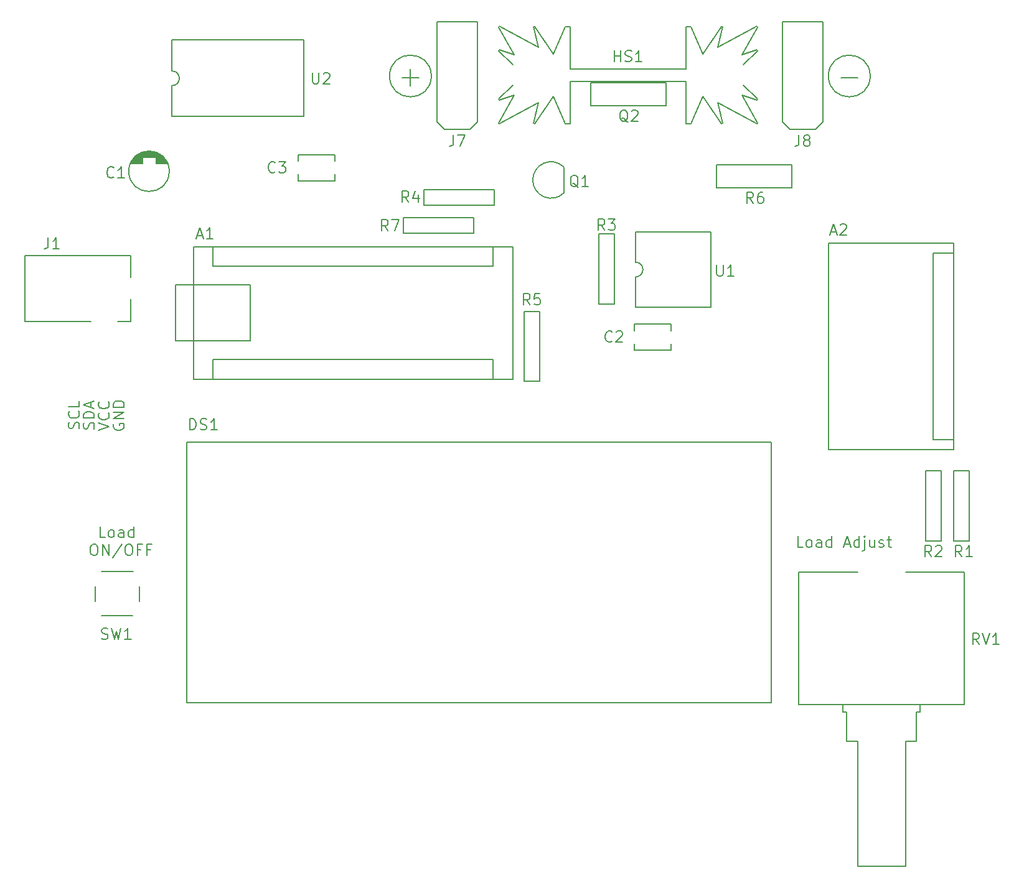
<source format=gbr>
G04 #@! TF.GenerationSoftware,KiCad,Pcbnew,(5.1.4)-1*
G04 #@! TF.CreationDate,2020-07-21T13:34:30-04:00*
G04 #@! TF.ProjectId,DC_LOAD_V01,44435f4c-4f41-4445-9f56-30312e6b6963,V01*
G04 #@! TF.SameCoordinates,Original*
G04 #@! TF.FileFunction,Legend,Top*
G04 #@! TF.FilePolarity,Positive*
%FSLAX46Y46*%
G04 Gerber Fmt 4.6, Leading zero omitted, Abs format (unit mm)*
G04 Created by KiCad (PCBNEW (5.1.4)-1) date 2020-07-21 13:34:30*
%MOMM*%
%LPD*%
G04 APERTURE LIST*
%ADD10C,0.200000*%
%ADD11C,0.100000*%
G04 APERTURE END LIST*
D10*
X95834200Y-92964000D02*
X95834200Y-85344000D01*
X105968800Y-92964000D02*
X95834200Y-92964000D01*
X105968800Y-85344000D02*
X105968800Y-92964000D01*
X95834200Y-85344000D02*
X105968800Y-85344000D01*
X87388000Y-104266857D02*
X87316571Y-104409714D01*
X87316571Y-104624000D01*
X87388000Y-104838285D01*
X87530857Y-104981142D01*
X87673714Y-105052571D01*
X87959428Y-105124000D01*
X88173714Y-105124000D01*
X88459428Y-105052571D01*
X88602285Y-104981142D01*
X88745142Y-104838285D01*
X88816571Y-104624000D01*
X88816571Y-104481142D01*
X88745142Y-104266857D01*
X88673714Y-104195428D01*
X88173714Y-104195428D01*
X88173714Y-104481142D01*
X88816571Y-103552571D02*
X87316571Y-103552571D01*
X88816571Y-102695428D01*
X87316571Y-102695428D01*
X88816571Y-101981142D02*
X87316571Y-101981142D01*
X87316571Y-101624000D01*
X87388000Y-101409714D01*
X87530857Y-101266857D01*
X87673714Y-101195428D01*
X87959428Y-101124000D01*
X88173714Y-101124000D01*
X88459428Y-101195428D01*
X88602285Y-101266857D01*
X88745142Y-101409714D01*
X88816571Y-101624000D01*
X88816571Y-101981142D01*
X85284571Y-105124000D02*
X86784571Y-104624000D01*
X85284571Y-104124000D01*
X86641714Y-102766857D02*
X86713142Y-102838285D01*
X86784571Y-103052571D01*
X86784571Y-103195428D01*
X86713142Y-103409714D01*
X86570285Y-103552571D01*
X86427428Y-103624000D01*
X86141714Y-103695428D01*
X85927428Y-103695428D01*
X85641714Y-103624000D01*
X85498857Y-103552571D01*
X85356000Y-103409714D01*
X85284571Y-103195428D01*
X85284571Y-103052571D01*
X85356000Y-102838285D01*
X85427428Y-102766857D01*
X86641714Y-101266857D02*
X86713142Y-101338285D01*
X86784571Y-101552571D01*
X86784571Y-101695428D01*
X86713142Y-101909714D01*
X86570285Y-102052571D01*
X86427428Y-102124000D01*
X86141714Y-102195428D01*
X85927428Y-102195428D01*
X85641714Y-102124000D01*
X85498857Y-102052571D01*
X85356000Y-101909714D01*
X85284571Y-101695428D01*
X85284571Y-101552571D01*
X85356000Y-101338285D01*
X85427428Y-101266857D01*
X84681142Y-104945428D02*
X84752571Y-104731142D01*
X84752571Y-104374000D01*
X84681142Y-104231142D01*
X84609714Y-104159714D01*
X84466857Y-104088285D01*
X84324000Y-104088285D01*
X84181142Y-104159714D01*
X84109714Y-104231142D01*
X84038285Y-104374000D01*
X83966857Y-104659714D01*
X83895428Y-104802571D01*
X83824000Y-104874000D01*
X83681142Y-104945428D01*
X83538285Y-104945428D01*
X83395428Y-104874000D01*
X83324000Y-104802571D01*
X83252571Y-104659714D01*
X83252571Y-104302571D01*
X83324000Y-104088285D01*
X84752571Y-103445428D02*
X83252571Y-103445428D01*
X83252571Y-103088285D01*
X83324000Y-102874000D01*
X83466857Y-102731142D01*
X83609714Y-102659714D01*
X83895428Y-102588285D01*
X84109714Y-102588285D01*
X84395428Y-102659714D01*
X84538285Y-102731142D01*
X84681142Y-102874000D01*
X84752571Y-103088285D01*
X84752571Y-103445428D01*
X84324000Y-102016857D02*
X84324000Y-101302571D01*
X84752571Y-102159714D02*
X83252571Y-101659714D01*
X84752571Y-101159714D01*
X82649142Y-104909714D02*
X82720571Y-104695428D01*
X82720571Y-104338285D01*
X82649142Y-104195428D01*
X82577714Y-104124000D01*
X82434857Y-104052571D01*
X82292000Y-104052571D01*
X82149142Y-104124000D01*
X82077714Y-104195428D01*
X82006285Y-104338285D01*
X81934857Y-104624000D01*
X81863428Y-104766857D01*
X81792000Y-104838285D01*
X81649142Y-104909714D01*
X81506285Y-104909714D01*
X81363428Y-104838285D01*
X81292000Y-104766857D01*
X81220571Y-104624000D01*
X81220571Y-104266857D01*
X81292000Y-104052571D01*
X82577714Y-102552571D02*
X82649142Y-102624000D01*
X82720571Y-102838285D01*
X82720571Y-102981142D01*
X82649142Y-103195428D01*
X82506285Y-103338285D01*
X82363428Y-103409714D01*
X82077714Y-103481142D01*
X81863428Y-103481142D01*
X81577714Y-103409714D01*
X81434857Y-103338285D01*
X81292000Y-103195428D01*
X81220571Y-102981142D01*
X81220571Y-102838285D01*
X81292000Y-102624000D01*
X81363428Y-102552571D01*
X82720571Y-101195428D02*
X82720571Y-101909714D01*
X81220571Y-101909714D01*
X181154285Y-121074571D02*
X180440000Y-121074571D01*
X180440000Y-119574571D01*
X181868571Y-121074571D02*
X181725714Y-121003142D01*
X181654285Y-120931714D01*
X181582857Y-120788857D01*
X181582857Y-120360285D01*
X181654285Y-120217428D01*
X181725714Y-120146000D01*
X181868571Y-120074571D01*
X182082857Y-120074571D01*
X182225714Y-120146000D01*
X182297142Y-120217428D01*
X182368571Y-120360285D01*
X182368571Y-120788857D01*
X182297142Y-120931714D01*
X182225714Y-121003142D01*
X182082857Y-121074571D01*
X181868571Y-121074571D01*
X183654285Y-121074571D02*
X183654285Y-120288857D01*
X183582857Y-120146000D01*
X183440000Y-120074571D01*
X183154285Y-120074571D01*
X183011428Y-120146000D01*
X183654285Y-121003142D02*
X183511428Y-121074571D01*
X183154285Y-121074571D01*
X183011428Y-121003142D01*
X182940000Y-120860285D01*
X182940000Y-120717428D01*
X183011428Y-120574571D01*
X183154285Y-120503142D01*
X183511428Y-120503142D01*
X183654285Y-120431714D01*
X185011428Y-121074571D02*
X185011428Y-119574571D01*
X185011428Y-121003142D02*
X184868571Y-121074571D01*
X184582857Y-121074571D01*
X184440000Y-121003142D01*
X184368571Y-120931714D01*
X184297142Y-120788857D01*
X184297142Y-120360285D01*
X184368571Y-120217428D01*
X184440000Y-120146000D01*
X184582857Y-120074571D01*
X184868571Y-120074571D01*
X185011428Y-120146000D01*
X186797142Y-120646000D02*
X187511428Y-120646000D01*
X186654285Y-121074571D02*
X187154285Y-119574571D01*
X187654285Y-121074571D01*
X188797142Y-121074571D02*
X188797142Y-119574571D01*
X188797142Y-121003142D02*
X188654285Y-121074571D01*
X188368571Y-121074571D01*
X188225714Y-121003142D01*
X188154285Y-120931714D01*
X188082857Y-120788857D01*
X188082857Y-120360285D01*
X188154285Y-120217428D01*
X188225714Y-120146000D01*
X188368571Y-120074571D01*
X188654285Y-120074571D01*
X188797142Y-120146000D01*
X189511428Y-120074571D02*
X189511428Y-121360285D01*
X189440000Y-121503142D01*
X189297142Y-121574571D01*
X189225714Y-121574571D01*
X189511428Y-119574571D02*
X189440000Y-119646000D01*
X189511428Y-119717428D01*
X189582857Y-119646000D01*
X189511428Y-119574571D01*
X189511428Y-119717428D01*
X190868571Y-120074571D02*
X190868571Y-121074571D01*
X190225714Y-120074571D02*
X190225714Y-120860285D01*
X190297142Y-121003142D01*
X190440000Y-121074571D01*
X190654285Y-121074571D01*
X190797142Y-121003142D01*
X190868571Y-120931714D01*
X191511428Y-121003142D02*
X191654285Y-121074571D01*
X191940000Y-121074571D01*
X192082857Y-121003142D01*
X192154285Y-120860285D01*
X192154285Y-120788857D01*
X192082857Y-120646000D01*
X191940000Y-120574571D01*
X191725714Y-120574571D01*
X191582857Y-120503142D01*
X191511428Y-120360285D01*
X191511428Y-120288857D01*
X191582857Y-120146000D01*
X191725714Y-120074571D01*
X191940000Y-120074571D01*
X192082857Y-120146000D01*
X192582857Y-120074571D02*
X193154285Y-120074571D01*
X192797142Y-119574571D02*
X192797142Y-120860285D01*
X192868571Y-121003142D01*
X193011428Y-121074571D01*
X193154285Y-121074571D01*
X86249142Y-119722571D02*
X85534857Y-119722571D01*
X85534857Y-118222571D01*
X86963428Y-119722571D02*
X86820571Y-119651142D01*
X86749142Y-119579714D01*
X86677714Y-119436857D01*
X86677714Y-119008285D01*
X86749142Y-118865428D01*
X86820571Y-118794000D01*
X86963428Y-118722571D01*
X87177714Y-118722571D01*
X87320571Y-118794000D01*
X87392000Y-118865428D01*
X87463428Y-119008285D01*
X87463428Y-119436857D01*
X87392000Y-119579714D01*
X87320571Y-119651142D01*
X87177714Y-119722571D01*
X86963428Y-119722571D01*
X88749142Y-119722571D02*
X88749142Y-118936857D01*
X88677714Y-118794000D01*
X88534857Y-118722571D01*
X88249142Y-118722571D01*
X88106285Y-118794000D01*
X88749142Y-119651142D02*
X88606285Y-119722571D01*
X88249142Y-119722571D01*
X88106285Y-119651142D01*
X88034857Y-119508285D01*
X88034857Y-119365428D01*
X88106285Y-119222571D01*
X88249142Y-119151142D01*
X88606285Y-119151142D01*
X88749142Y-119079714D01*
X90106285Y-119722571D02*
X90106285Y-118222571D01*
X90106285Y-119651142D02*
X89963428Y-119722571D01*
X89677714Y-119722571D01*
X89534857Y-119651142D01*
X89463428Y-119579714D01*
X89392000Y-119436857D01*
X89392000Y-119008285D01*
X89463428Y-118865428D01*
X89534857Y-118794000D01*
X89677714Y-118722571D01*
X89963428Y-118722571D01*
X90106285Y-118794000D01*
X84606285Y-120672571D02*
X84892000Y-120672571D01*
X85034857Y-120744000D01*
X85177714Y-120886857D01*
X85249142Y-121172571D01*
X85249142Y-121672571D01*
X85177714Y-121958285D01*
X85034857Y-122101142D01*
X84892000Y-122172571D01*
X84606285Y-122172571D01*
X84463428Y-122101142D01*
X84320571Y-121958285D01*
X84249142Y-121672571D01*
X84249142Y-121172571D01*
X84320571Y-120886857D01*
X84463428Y-120744000D01*
X84606285Y-120672571D01*
X85892000Y-122172571D02*
X85892000Y-120672571D01*
X86749142Y-122172571D01*
X86749142Y-120672571D01*
X88534857Y-120601142D02*
X87249142Y-122529714D01*
X89320571Y-120672571D02*
X89606285Y-120672571D01*
X89749142Y-120744000D01*
X89892000Y-120886857D01*
X89963428Y-121172571D01*
X89963428Y-121672571D01*
X89892000Y-121958285D01*
X89749142Y-122101142D01*
X89606285Y-122172571D01*
X89320571Y-122172571D01*
X89177714Y-122101142D01*
X89034857Y-121958285D01*
X88963428Y-121672571D01*
X88963428Y-121172571D01*
X89034857Y-120886857D01*
X89177714Y-120744000D01*
X89320571Y-120672571D01*
X91106285Y-121386857D02*
X90606285Y-121386857D01*
X90606285Y-122172571D02*
X90606285Y-120672571D01*
X91320571Y-120672571D01*
X92392000Y-121386857D02*
X91892000Y-121386857D01*
X91892000Y-122172571D02*
X91892000Y-120672571D01*
X92606285Y-120672571D01*
X130601806Y-56896000D02*
G75*
G03X130601806Y-56896000I-2839806J0D01*
G01*
X190291806Y-56896000D02*
G75*
G03X190291806Y-56896000I-2839806J0D01*
G01*
X186309143Y-57110285D02*
X188594856Y-57110285D01*
X126619143Y-57110285D02*
X128904856Y-57110285D01*
X127762000Y-58253142D02*
X127762000Y-55967428D01*
X201652000Y-79656000D02*
X184652000Y-79656000D01*
X201652000Y-107796000D02*
X184652000Y-107796000D01*
X201652000Y-107796000D02*
X201652000Y-79656000D01*
X184652000Y-79656000D02*
X184652000Y-107796000D01*
X198882000Y-106426000D02*
X198882000Y-81026000D01*
X198882000Y-81026000D02*
X201625200Y-81026000D01*
X198882000Y-106426000D02*
X201676000Y-106426000D01*
X141671500Y-98174000D02*
X141671500Y-80134000D01*
X98231500Y-98174000D02*
X141671500Y-98174000D01*
X98231500Y-80134000D02*
X98231500Y-98174000D01*
X100901500Y-82804000D02*
X100901500Y-80134000D01*
X139001500Y-82804000D02*
X100901500Y-82804000D01*
X100901500Y-95504000D02*
X100901500Y-98174000D01*
X139001500Y-95504000D02*
X100901500Y-95504000D01*
X139001500Y-95504000D02*
X139001500Y-98174000D01*
X141671500Y-80134000D02*
X98231500Y-80134000D01*
X139001500Y-82804000D02*
X139001500Y-80134000D01*
X75350000Y-90352000D02*
X75350000Y-81352000D01*
X75350000Y-81352000D02*
X89750000Y-81352000D01*
X89750000Y-90352000D02*
X87900000Y-90352000D01*
X89750000Y-81352000D02*
X89750000Y-84302000D01*
X84300000Y-90352000D02*
X75350000Y-90352000D01*
X89750000Y-87302000D02*
X89750000Y-90352000D01*
X135862000Y-64128000D02*
X132362000Y-64128000D01*
X131362000Y-63128000D02*
X132362000Y-64128000D01*
X136862000Y-63128000D02*
X135862000Y-64128000D01*
X136862000Y-49528000D02*
X131362000Y-49528000D01*
X136862000Y-49528000D02*
X136862000Y-63128000D01*
X131362000Y-49528000D02*
X131362000Y-63128000D01*
X178352000Y-49528000D02*
X178352000Y-63128000D01*
X183852000Y-49528000D02*
X183852000Y-63128000D01*
X183852000Y-49528000D02*
X178352000Y-49528000D01*
X183852000Y-63128000D02*
X182852000Y-64128000D01*
X178352000Y-63128000D02*
X179352000Y-64128000D01*
X182852000Y-64128000D02*
X179352000Y-64128000D01*
X203742000Y-110683000D02*
X201642000Y-110683000D01*
X201642000Y-110683000D02*
X201642000Y-120203000D01*
X201642000Y-120203000D02*
X203742000Y-120203000D01*
X203742000Y-120203000D02*
X203742000Y-110683000D01*
X199932000Y-120203000D02*
X199932000Y-110683000D01*
X197832000Y-120203000D02*
X199932000Y-120203000D01*
X197832000Y-110683000D02*
X197832000Y-120203000D01*
X199932000Y-110683000D02*
X197832000Y-110683000D01*
X153382000Y-87945000D02*
X155482000Y-87945000D01*
X155482000Y-87945000D02*
X155482000Y-78425000D01*
X155482000Y-78425000D02*
X153382000Y-78425000D01*
X153382000Y-78425000D02*
X153382000Y-87945000D01*
X139126000Y-72356000D02*
X129606000Y-72356000D01*
X139126000Y-74456000D02*
X139126000Y-72356000D01*
X129606000Y-74456000D02*
X139126000Y-74456000D01*
X129606000Y-72356000D02*
X129606000Y-74456000D01*
X143222000Y-88966000D02*
X143222000Y-98486000D01*
X145322000Y-88966000D02*
X143222000Y-88966000D01*
X145322000Y-98486000D02*
X145322000Y-88966000D01*
X143222000Y-98486000D02*
X145322000Y-98486000D01*
X126812000Y-76166000D02*
X126812000Y-78266000D01*
X126812000Y-78266000D02*
X136332000Y-78266000D01*
X136332000Y-78266000D02*
X136332000Y-76166000D01*
X136332000Y-76166000D02*
X126812000Y-76166000D01*
X158372500Y-78105000D02*
X158372500Y-82248500D01*
X168652500Y-78105000D02*
X158372500Y-78105000D01*
X168649000Y-88392000D02*
X168652500Y-78105000D01*
X158369000Y-88392000D02*
X168649000Y-88392000D01*
X158372500Y-84248500D02*
X158369000Y-88392000D01*
X158372500Y-82248500D02*
G75*
G02X158372500Y-84248500I0J-1000000D01*
G01*
X113270000Y-52006500D02*
X95313500Y-52006500D01*
X113270000Y-62420500D02*
X113270000Y-52006500D01*
X95313500Y-62420500D02*
X113270000Y-62420500D01*
X95317000Y-56213500D02*
G75*
G02X95317000Y-58213500I0J-1000000D01*
G01*
X95317000Y-56213500D02*
X95313500Y-52006500D01*
X95317000Y-58213500D02*
X95313500Y-62420500D01*
X203083500Y-124476000D02*
X203083500Y-142476000D01*
X180583500Y-124476000D02*
X180583500Y-142476000D01*
X203083500Y-124476000D02*
X195083500Y-124476000D01*
X180583500Y-124476000D02*
X188583500Y-124476000D01*
X180583500Y-142476000D02*
X203083500Y-142476000D01*
X195083500Y-147476000D02*
X195083500Y-164476000D01*
X188583500Y-147476000D02*
X188583500Y-164476000D01*
X188583500Y-164476000D02*
X195083500Y-164476000D01*
X197083500Y-142476000D02*
X197083500Y-143476000D01*
X186583500Y-142476000D02*
X186583500Y-143476000D01*
X187083500Y-143476000D02*
X187083500Y-147476000D01*
X196583500Y-143476000D02*
X196583500Y-147476000D01*
X196583500Y-143476000D02*
X197083500Y-143476000D01*
X186583500Y-143476000D02*
X187083500Y-143476000D01*
X187083500Y-147476000D02*
X188583500Y-147476000D01*
X196583500Y-147476000D02*
X195083500Y-147476000D01*
X176822000Y-142220000D02*
X97322000Y-142220000D01*
X176822000Y-106720000D02*
X97322000Y-106720000D01*
X176822000Y-106720000D02*
X176822000Y-142220000D01*
X97322000Y-106720000D02*
X97322000Y-142220000D01*
X158242000Y-93345000D02*
X158242000Y-94234000D01*
X158242000Y-91567000D02*
X158242000Y-90678000D01*
X163242000Y-91567000D02*
X163242000Y-90678000D01*
X163242000Y-94234000D02*
X163242000Y-93345000D01*
X158242000Y-90678000D02*
X163242000Y-90678000D01*
X158242000Y-94234000D02*
X163242000Y-94234000D01*
X112522000Y-71183500D02*
X117522000Y-71183500D01*
X112522000Y-67627500D02*
X117522000Y-67627500D01*
X117522000Y-71183500D02*
X117522000Y-70294500D01*
X117522000Y-68516500D02*
X117522000Y-67627500D01*
X112522000Y-68516500D02*
X112522000Y-67627500D01*
X112522000Y-70294500D02*
X112522000Y-71183500D01*
X147163000Y-59659000D02*
X144663000Y-63379000D01*
X144663000Y-63379000D02*
X144483000Y-63319000D01*
X144483000Y-63319000D02*
X145143000Y-60519000D01*
X145143000Y-60519000D02*
X139843000Y-63399000D01*
X139723000Y-63279000D02*
X141873000Y-59509000D01*
X139823000Y-60189000D02*
X139733000Y-60039000D01*
X141873000Y-59509000D02*
X139823000Y-60189000D01*
X139733000Y-60039000D02*
X141693000Y-58149000D01*
X139843000Y-63399000D02*
X139723000Y-63279000D01*
X148783000Y-50169000D02*
X147173000Y-53879000D01*
X149453000Y-55919000D02*
X149453000Y-50169000D01*
X149453000Y-50169000D02*
X148783000Y-50169000D01*
X145143000Y-53019000D02*
X139843000Y-50139000D01*
X144663000Y-50159000D02*
X144483000Y-50219000D01*
X144483000Y-50219000D02*
X145143000Y-53019000D01*
X147163000Y-53879000D02*
X144663000Y-50159000D01*
X139733000Y-53499000D02*
X141693000Y-55389000D01*
X139723000Y-50259000D02*
X141873000Y-54029000D01*
X139823000Y-53349000D02*
X139733000Y-53499000D01*
X139843000Y-50139000D02*
X139723000Y-50259000D01*
X141873000Y-54029000D02*
X139823000Y-53349000D01*
X157353000Y-55919000D02*
X149453000Y-55919000D01*
X149453000Y-57619000D02*
X149453000Y-63369000D01*
X149453000Y-63369000D02*
X148783000Y-63369000D01*
X148783000Y-63369000D02*
X147173000Y-59659000D01*
X157353000Y-57619000D02*
X149453000Y-57619000D01*
X170223000Y-50219000D02*
X169563000Y-53019000D01*
X170043000Y-50159000D02*
X170223000Y-50219000D01*
X167543000Y-53879000D02*
X170043000Y-50159000D01*
X169563000Y-53019000D02*
X174863000Y-50139000D01*
X174973000Y-53499000D02*
X173013000Y-55389000D01*
X172833000Y-54029000D02*
X174883000Y-53349000D01*
X174983000Y-50259000D02*
X172833000Y-54029000D01*
X174863000Y-50139000D02*
X174983000Y-50259000D01*
X174883000Y-53349000D02*
X174973000Y-53499000D01*
X165923000Y-50169000D02*
X167533000Y-53879000D01*
X157353000Y-55919000D02*
X165253000Y-55919000D01*
X165253000Y-55919000D02*
X165253000Y-50169000D01*
X165253000Y-50169000D02*
X165923000Y-50169000D01*
X157353000Y-57619000D02*
X165253000Y-57619000D01*
X165253000Y-57619000D02*
X165253000Y-63369000D01*
X165253000Y-63369000D02*
X165923000Y-63369000D01*
X165923000Y-63369000D02*
X167533000Y-59659000D01*
X167543000Y-59659000D02*
X170043000Y-63379000D01*
X170043000Y-63379000D02*
X170223000Y-63319000D01*
X170223000Y-63319000D02*
X169563000Y-60519000D01*
X169563000Y-60519000D02*
X174863000Y-63399000D01*
X174863000Y-63399000D02*
X174983000Y-63279000D01*
X174983000Y-63279000D02*
X172833000Y-59509000D01*
X172833000Y-59509000D02*
X174883000Y-60189000D01*
X174883000Y-60189000D02*
X174973000Y-60039000D01*
X174973000Y-60039000D02*
X173013000Y-58149000D01*
X94952000Y-69866000D02*
G75*
G03X94952000Y-69866000I-2750000J0D01*
G01*
D11*
G36*
X93091000Y-68834000D02*
G01*
X94678500Y-68834000D01*
X94297500Y-68072000D01*
X93916500Y-67754500D01*
X93408500Y-67373500D01*
X92710000Y-67183000D01*
X92202000Y-67116000D01*
X91249500Y-67246500D01*
X90424000Y-67754500D01*
X89979500Y-68262500D01*
X89725500Y-68834000D01*
X91313000Y-68834000D01*
X91313000Y-67945000D01*
X93091000Y-67945000D01*
X93091000Y-68834000D01*
G37*
X93091000Y-68834000D02*
X94678500Y-68834000D01*
X94297500Y-68072000D01*
X93916500Y-67754500D01*
X93408500Y-67373500D01*
X92710000Y-67183000D01*
X92202000Y-67116000D01*
X91249500Y-67246500D01*
X90424000Y-67754500D01*
X89979500Y-68262500D01*
X89725500Y-68834000D01*
X91313000Y-68834000D01*
X91313000Y-67945000D01*
X93091000Y-67945000D01*
X93091000Y-68834000D01*
D10*
X148629125Y-72810125D02*
G75*
G02X144395500Y-71056500I-1753625J1753625D01*
G01*
X148629125Y-69302875D02*
G75*
G03X144395500Y-71056500I-1753625J-1753625D01*
G01*
X148625500Y-72826500D02*
X148625500Y-69326500D01*
X89979500Y-130376000D02*
X85725000Y-130376000D01*
X84884000Y-128397000D02*
X84884000Y-126365000D01*
X85725000Y-124386000D02*
X90043000Y-124386000D01*
X90879000Y-128397000D02*
X90879000Y-126365000D01*
X152258400Y-57803000D02*
X162498400Y-57803000D01*
X162498400Y-57803000D02*
X162498400Y-60934000D01*
X152258400Y-57803000D02*
X152258400Y-60934000D01*
X152258400Y-60934000D02*
X162498400Y-60934000D01*
X169352600Y-69004400D02*
X179592600Y-69004400D01*
X179592600Y-69004400D02*
X179592600Y-72135400D01*
X169352600Y-69004400D02*
X169352600Y-72135400D01*
X169352600Y-72135400D02*
X179592600Y-72135400D01*
X184920071Y-78101000D02*
X185634357Y-78101000D01*
X184777214Y-78529571D02*
X185277214Y-77029571D01*
X185777214Y-78529571D01*
X186205785Y-77172428D02*
X186277214Y-77101000D01*
X186420071Y-77029571D01*
X186777214Y-77029571D01*
X186920071Y-77101000D01*
X186991500Y-77172428D01*
X187062928Y-77315285D01*
X187062928Y-77458142D01*
X186991500Y-77672428D01*
X186134357Y-78529571D01*
X187062928Y-78529571D01*
X98750571Y-78609000D02*
X99464857Y-78609000D01*
X98607714Y-79037571D02*
X99107714Y-77537571D01*
X99607714Y-79037571D01*
X100893428Y-79037571D02*
X100036285Y-79037571D01*
X100464857Y-79037571D02*
X100464857Y-77537571D01*
X100322000Y-77751857D01*
X100179142Y-77894714D01*
X100036285Y-77966142D01*
X78494000Y-78934571D02*
X78494000Y-80006000D01*
X78422571Y-80220285D01*
X78279714Y-80363142D01*
X78065428Y-80434571D01*
X77922571Y-80434571D01*
X79994000Y-80434571D02*
X79136857Y-80434571D01*
X79565428Y-80434571D02*
X79565428Y-78934571D01*
X79422571Y-79148857D01*
X79279714Y-79291714D01*
X79136857Y-79363142D01*
X133612000Y-64964571D02*
X133612000Y-66036000D01*
X133540571Y-66250285D01*
X133397714Y-66393142D01*
X133183428Y-66464571D01*
X133040571Y-66464571D01*
X134183428Y-64964571D02*
X135183428Y-64964571D01*
X134540571Y-66464571D01*
X180602000Y-64964571D02*
X180602000Y-66036000D01*
X180530571Y-66250285D01*
X180387714Y-66393142D01*
X180173428Y-66464571D01*
X180030571Y-66464571D01*
X181530571Y-65607428D02*
X181387714Y-65536000D01*
X181316285Y-65464571D01*
X181244857Y-65321714D01*
X181244857Y-65250285D01*
X181316285Y-65107428D01*
X181387714Y-65036000D01*
X181530571Y-64964571D01*
X181816285Y-64964571D01*
X181959142Y-65036000D01*
X182030571Y-65107428D01*
X182102000Y-65250285D01*
X182102000Y-65321714D01*
X182030571Y-65464571D01*
X181959142Y-65536000D01*
X181816285Y-65607428D01*
X181530571Y-65607428D01*
X181387714Y-65678857D01*
X181316285Y-65750285D01*
X181244857Y-65893142D01*
X181244857Y-66178857D01*
X181316285Y-66321714D01*
X181387714Y-66393142D01*
X181530571Y-66464571D01*
X181816285Y-66464571D01*
X181959142Y-66393142D01*
X182030571Y-66321714D01*
X182102000Y-66178857D01*
X182102000Y-65893142D01*
X182030571Y-65750285D01*
X181959142Y-65678857D01*
X181816285Y-65607428D01*
X202759500Y-122344571D02*
X202259500Y-121630285D01*
X201902357Y-122344571D02*
X201902357Y-120844571D01*
X202473785Y-120844571D01*
X202616642Y-120916000D01*
X202688071Y-120987428D01*
X202759500Y-121130285D01*
X202759500Y-121344571D01*
X202688071Y-121487428D01*
X202616642Y-121558857D01*
X202473785Y-121630285D01*
X201902357Y-121630285D01*
X204188071Y-122344571D02*
X203330928Y-122344571D01*
X203759500Y-122344571D02*
X203759500Y-120844571D01*
X203616642Y-121058857D01*
X203473785Y-121201714D01*
X203330928Y-121273142D01*
X198632000Y-122344571D02*
X198132000Y-121630285D01*
X197774857Y-122344571D02*
X197774857Y-120844571D01*
X198346285Y-120844571D01*
X198489142Y-120916000D01*
X198560571Y-120987428D01*
X198632000Y-121130285D01*
X198632000Y-121344571D01*
X198560571Y-121487428D01*
X198489142Y-121558857D01*
X198346285Y-121630285D01*
X197774857Y-121630285D01*
X199203428Y-120987428D02*
X199274857Y-120916000D01*
X199417714Y-120844571D01*
X199774857Y-120844571D01*
X199917714Y-120916000D01*
X199989142Y-120987428D01*
X200060571Y-121130285D01*
X200060571Y-121273142D01*
X199989142Y-121487428D01*
X199132000Y-122344571D01*
X200060571Y-122344571D01*
X154182000Y-77894571D02*
X153682000Y-77180285D01*
X153324857Y-77894571D02*
X153324857Y-76394571D01*
X153896285Y-76394571D01*
X154039142Y-76466000D01*
X154110571Y-76537428D01*
X154182000Y-76680285D01*
X154182000Y-76894571D01*
X154110571Y-77037428D01*
X154039142Y-77108857D01*
X153896285Y-77180285D01*
X153324857Y-77180285D01*
X154682000Y-76394571D02*
X155610571Y-76394571D01*
X155110571Y-76966000D01*
X155324857Y-76966000D01*
X155467714Y-77037428D01*
X155539142Y-77108857D01*
X155610571Y-77251714D01*
X155610571Y-77608857D01*
X155539142Y-77751714D01*
X155467714Y-77823142D01*
X155324857Y-77894571D01*
X154896285Y-77894571D01*
X154753428Y-77823142D01*
X154682000Y-77751714D01*
X127512000Y-74084571D02*
X127012000Y-73370285D01*
X126654857Y-74084571D02*
X126654857Y-72584571D01*
X127226285Y-72584571D01*
X127369142Y-72656000D01*
X127440571Y-72727428D01*
X127512000Y-72870285D01*
X127512000Y-73084571D01*
X127440571Y-73227428D01*
X127369142Y-73298857D01*
X127226285Y-73370285D01*
X126654857Y-73370285D01*
X128797714Y-73084571D02*
X128797714Y-74084571D01*
X128440571Y-72513142D02*
X128083428Y-73584571D01*
X129012000Y-73584571D01*
X144022000Y-88054571D02*
X143522000Y-87340285D01*
X143164857Y-88054571D02*
X143164857Y-86554571D01*
X143736285Y-86554571D01*
X143879142Y-86626000D01*
X143950571Y-86697428D01*
X144022000Y-86840285D01*
X144022000Y-87054571D01*
X143950571Y-87197428D01*
X143879142Y-87268857D01*
X143736285Y-87340285D01*
X143164857Y-87340285D01*
X145379142Y-86554571D02*
X144664857Y-86554571D01*
X144593428Y-87268857D01*
X144664857Y-87197428D01*
X144807714Y-87126000D01*
X145164857Y-87126000D01*
X145307714Y-87197428D01*
X145379142Y-87268857D01*
X145450571Y-87411714D01*
X145450571Y-87768857D01*
X145379142Y-87911714D01*
X145307714Y-87983142D01*
X145164857Y-88054571D01*
X144807714Y-88054571D01*
X144664857Y-87983142D01*
X144593428Y-87911714D01*
X124718000Y-77958071D02*
X124218000Y-77243785D01*
X123860857Y-77958071D02*
X123860857Y-76458071D01*
X124432285Y-76458071D01*
X124575142Y-76529500D01*
X124646571Y-76600928D01*
X124718000Y-76743785D01*
X124718000Y-76958071D01*
X124646571Y-77100928D01*
X124575142Y-77172357D01*
X124432285Y-77243785D01*
X123860857Y-77243785D01*
X125218000Y-76458071D02*
X126218000Y-76458071D01*
X125575142Y-77958071D01*
X169418142Y-82617571D02*
X169418142Y-83831857D01*
X169489571Y-83974714D01*
X169561000Y-84046142D01*
X169703857Y-84117571D01*
X169989571Y-84117571D01*
X170132428Y-84046142D01*
X170203857Y-83974714D01*
X170275285Y-83831857D01*
X170275285Y-82617571D01*
X171775285Y-84117571D02*
X170918142Y-84117571D01*
X171346714Y-84117571D02*
X171346714Y-82617571D01*
X171203857Y-82831857D01*
X171061000Y-82974714D01*
X170918142Y-83046142D01*
X114427142Y-56455571D02*
X114427142Y-57669857D01*
X114498571Y-57812714D01*
X114570000Y-57884142D01*
X114712857Y-57955571D01*
X114998571Y-57955571D01*
X115141428Y-57884142D01*
X115212857Y-57812714D01*
X115284285Y-57669857D01*
X115284285Y-56455571D01*
X115927142Y-56598428D02*
X115998571Y-56527000D01*
X116141428Y-56455571D01*
X116498571Y-56455571D01*
X116641428Y-56527000D01*
X116712857Y-56598428D01*
X116784285Y-56741285D01*
X116784285Y-56884142D01*
X116712857Y-57098428D01*
X115855714Y-57955571D01*
X116784285Y-57955571D01*
X205101142Y-134282571D02*
X204601142Y-133568285D01*
X204244000Y-134282571D02*
X204244000Y-132782571D01*
X204815428Y-132782571D01*
X204958285Y-132854000D01*
X205029714Y-132925428D01*
X205101142Y-133068285D01*
X205101142Y-133282571D01*
X205029714Y-133425428D01*
X204958285Y-133496857D01*
X204815428Y-133568285D01*
X204244000Y-133568285D01*
X205529714Y-132782571D02*
X206029714Y-134282571D01*
X206529714Y-132782571D01*
X207815428Y-134282571D02*
X206958285Y-134282571D01*
X207386857Y-134282571D02*
X207386857Y-132782571D01*
X207244000Y-132996857D01*
X207101142Y-133139714D01*
X206958285Y-133211142D01*
X97746571Y-105072571D02*
X97746571Y-103572571D01*
X98103714Y-103572571D01*
X98318000Y-103644000D01*
X98460857Y-103786857D01*
X98532285Y-103929714D01*
X98603714Y-104215428D01*
X98603714Y-104429714D01*
X98532285Y-104715428D01*
X98460857Y-104858285D01*
X98318000Y-105001142D01*
X98103714Y-105072571D01*
X97746571Y-105072571D01*
X99175142Y-105001142D02*
X99389428Y-105072571D01*
X99746571Y-105072571D01*
X99889428Y-105001142D01*
X99960857Y-104929714D01*
X100032285Y-104786857D01*
X100032285Y-104644000D01*
X99960857Y-104501142D01*
X99889428Y-104429714D01*
X99746571Y-104358285D01*
X99460857Y-104286857D01*
X99318000Y-104215428D01*
X99246571Y-104144000D01*
X99175142Y-104001142D01*
X99175142Y-103858285D01*
X99246571Y-103715428D01*
X99318000Y-103644000D01*
X99460857Y-103572571D01*
X99818000Y-103572571D01*
X100032285Y-103644000D01*
X101460857Y-105072571D02*
X100603714Y-105072571D01*
X101032285Y-105072571D02*
X101032285Y-103572571D01*
X100889428Y-103786857D01*
X100746571Y-103929714D01*
X100603714Y-104001142D01*
X155198000Y-92991714D02*
X155126571Y-93063142D01*
X154912285Y-93134571D01*
X154769428Y-93134571D01*
X154555142Y-93063142D01*
X154412285Y-92920285D01*
X154340857Y-92777428D01*
X154269428Y-92491714D01*
X154269428Y-92277428D01*
X154340857Y-91991714D01*
X154412285Y-91848857D01*
X154555142Y-91706000D01*
X154769428Y-91634571D01*
X154912285Y-91634571D01*
X155126571Y-91706000D01*
X155198000Y-91777428D01*
X155769428Y-91777428D02*
X155840857Y-91706000D01*
X155983714Y-91634571D01*
X156340857Y-91634571D01*
X156483714Y-91706000D01*
X156555142Y-91777428D01*
X156626571Y-91920285D01*
X156626571Y-92063142D01*
X156555142Y-92277428D01*
X155698000Y-93134571D01*
X156626571Y-93134571D01*
X109351000Y-69941214D02*
X109279571Y-70012642D01*
X109065285Y-70084071D01*
X108922428Y-70084071D01*
X108708142Y-70012642D01*
X108565285Y-69869785D01*
X108493857Y-69726928D01*
X108422428Y-69441214D01*
X108422428Y-69226928D01*
X108493857Y-68941214D01*
X108565285Y-68798357D01*
X108708142Y-68655500D01*
X108922428Y-68584071D01*
X109065285Y-68584071D01*
X109279571Y-68655500D01*
X109351000Y-68726928D01*
X109851000Y-68584071D02*
X110779571Y-68584071D01*
X110279571Y-69155500D01*
X110493857Y-69155500D01*
X110636714Y-69226928D01*
X110708142Y-69298357D01*
X110779571Y-69441214D01*
X110779571Y-69798357D01*
X110708142Y-69941214D01*
X110636714Y-70012642D01*
X110493857Y-70084071D01*
X110065285Y-70084071D01*
X109922428Y-70012642D01*
X109851000Y-69941214D01*
X155470857Y-54947571D02*
X155470857Y-53447571D01*
X155470857Y-54161857D02*
X156328000Y-54161857D01*
X156328000Y-54947571D02*
X156328000Y-53447571D01*
X156970857Y-54876142D02*
X157185142Y-54947571D01*
X157542285Y-54947571D01*
X157685142Y-54876142D01*
X157756571Y-54804714D01*
X157828000Y-54661857D01*
X157828000Y-54519000D01*
X157756571Y-54376142D01*
X157685142Y-54304714D01*
X157542285Y-54233285D01*
X157256571Y-54161857D01*
X157113714Y-54090428D01*
X157042285Y-54019000D01*
X156970857Y-53876142D01*
X156970857Y-53733285D01*
X157042285Y-53590428D01*
X157113714Y-53519000D01*
X157256571Y-53447571D01*
X157613714Y-53447571D01*
X157828000Y-53519000D01*
X159256571Y-54947571D02*
X158399428Y-54947571D01*
X158828000Y-54947571D02*
X158828000Y-53447571D01*
X158685142Y-53661857D01*
X158542285Y-53804714D01*
X158399428Y-53876142D01*
X87405400Y-70639714D02*
X87333971Y-70711142D01*
X87119685Y-70782571D01*
X86976828Y-70782571D01*
X86762542Y-70711142D01*
X86619685Y-70568285D01*
X86548257Y-70425428D01*
X86476828Y-70139714D01*
X86476828Y-69925428D01*
X86548257Y-69639714D01*
X86619685Y-69496857D01*
X86762542Y-69354000D01*
X86976828Y-69282571D01*
X87119685Y-69282571D01*
X87333971Y-69354000D01*
X87405400Y-69425428D01*
X88833971Y-70782571D02*
X87976828Y-70782571D01*
X88405400Y-70782571D02*
X88405400Y-69282571D01*
X88262542Y-69496857D01*
X88119685Y-69639714D01*
X87976828Y-69711142D01*
X150606142Y-72068428D02*
X150463285Y-71997000D01*
X150320428Y-71854142D01*
X150106142Y-71639857D01*
X149963285Y-71568428D01*
X149820428Y-71568428D01*
X149891857Y-71925571D02*
X149749000Y-71854142D01*
X149606142Y-71711285D01*
X149534714Y-71425571D01*
X149534714Y-70925571D01*
X149606142Y-70639857D01*
X149749000Y-70497000D01*
X149891857Y-70425571D01*
X150177571Y-70425571D01*
X150320428Y-70497000D01*
X150463285Y-70639857D01*
X150534714Y-70925571D01*
X150534714Y-71425571D01*
X150463285Y-71711285D01*
X150320428Y-71854142D01*
X150177571Y-71925571D01*
X149891857Y-71925571D01*
X151963285Y-71925571D02*
X151106142Y-71925571D01*
X151534714Y-71925571D02*
X151534714Y-70425571D01*
X151391857Y-70639857D01*
X151249000Y-70782714D01*
X151106142Y-70854142D01*
X85757000Y-133512642D02*
X85971285Y-133584071D01*
X86328428Y-133584071D01*
X86471285Y-133512642D01*
X86542714Y-133441214D01*
X86614142Y-133298357D01*
X86614142Y-133155500D01*
X86542714Y-133012642D01*
X86471285Y-132941214D01*
X86328428Y-132869785D01*
X86042714Y-132798357D01*
X85899857Y-132726928D01*
X85828428Y-132655500D01*
X85757000Y-132512642D01*
X85757000Y-132369785D01*
X85828428Y-132226928D01*
X85899857Y-132155500D01*
X86042714Y-132084071D01*
X86399857Y-132084071D01*
X86614142Y-132155500D01*
X87114142Y-132084071D02*
X87471285Y-133584071D01*
X87757000Y-132512642D01*
X88042714Y-133584071D01*
X88399857Y-132084071D01*
X89757000Y-133584071D02*
X88899857Y-133584071D01*
X89328428Y-133584071D02*
X89328428Y-132084071D01*
X89185571Y-132298357D01*
X89042714Y-132441214D01*
X88899857Y-132512642D01*
X157337142Y-63178428D02*
X157194285Y-63107000D01*
X157051428Y-62964142D01*
X156837142Y-62749857D01*
X156694285Y-62678428D01*
X156551428Y-62678428D01*
X156622857Y-63035571D02*
X156480000Y-62964142D01*
X156337142Y-62821285D01*
X156265714Y-62535571D01*
X156265714Y-62035571D01*
X156337142Y-61749857D01*
X156480000Y-61607000D01*
X156622857Y-61535571D01*
X156908571Y-61535571D01*
X157051428Y-61607000D01*
X157194285Y-61749857D01*
X157265714Y-62035571D01*
X157265714Y-62535571D01*
X157194285Y-62821285D01*
X157051428Y-62964142D01*
X156908571Y-63035571D01*
X156622857Y-63035571D01*
X157837142Y-61678428D02*
X157908571Y-61607000D01*
X158051428Y-61535571D01*
X158408571Y-61535571D01*
X158551428Y-61607000D01*
X158622857Y-61678428D01*
X158694285Y-61821285D01*
X158694285Y-61964142D01*
X158622857Y-62178428D01*
X157765714Y-63035571D01*
X158694285Y-63035571D01*
X174375000Y-74211571D02*
X173875000Y-73497285D01*
X173517857Y-74211571D02*
X173517857Y-72711571D01*
X174089285Y-72711571D01*
X174232142Y-72783000D01*
X174303571Y-72854428D01*
X174375000Y-72997285D01*
X174375000Y-73211571D01*
X174303571Y-73354428D01*
X174232142Y-73425857D01*
X174089285Y-73497285D01*
X173517857Y-73497285D01*
X175660714Y-72711571D02*
X175375000Y-72711571D01*
X175232142Y-72783000D01*
X175160714Y-72854428D01*
X175017857Y-73068714D01*
X174946428Y-73354428D01*
X174946428Y-73925857D01*
X175017857Y-74068714D01*
X175089285Y-74140142D01*
X175232142Y-74211571D01*
X175517857Y-74211571D01*
X175660714Y-74140142D01*
X175732142Y-74068714D01*
X175803571Y-73925857D01*
X175803571Y-73568714D01*
X175732142Y-73425857D01*
X175660714Y-73354428D01*
X175517857Y-73283000D01*
X175232142Y-73283000D01*
X175089285Y-73354428D01*
X175017857Y-73425857D01*
X174946428Y-73568714D01*
M02*

</source>
